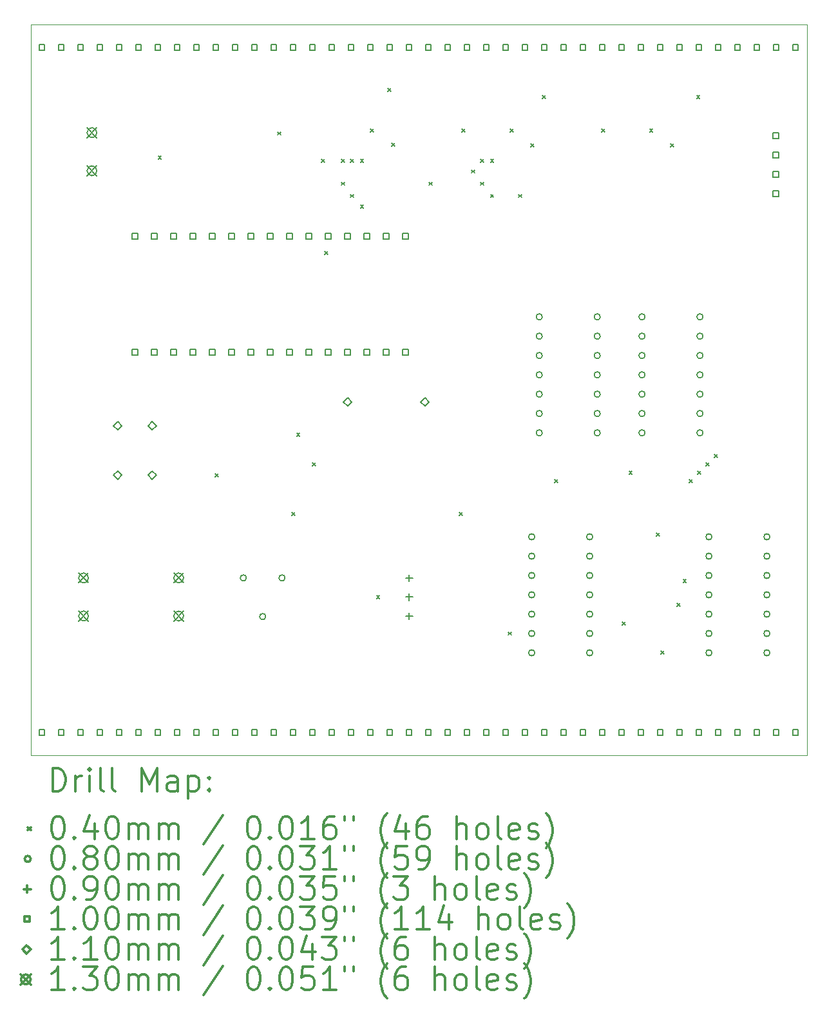
<source format=gbr>
%FSLAX45Y45*%
G04 Gerber Fmt 4.5, Leading zero omitted, Abs format (unit mm)*
G04 Created by KiCad (PCBNEW (5.1.9)-1) date 2021-10-24 10:29:30*
%MOMM*%
%LPD*%
G01*
G04 APERTURE LIST*
%TA.AperFunction,Profile*%
%ADD10C,0.100000*%
%TD*%
%ADD11C,0.200000*%
%ADD12C,0.300000*%
G04 APERTURE END LIST*
D10*
X8500000Y-13900000D02*
X8500000Y-4300000D01*
X18700000Y-13900000D02*
X8500000Y-13900000D01*
X18700000Y-4300000D02*
X18700000Y-13900000D01*
X8500000Y-4300000D02*
X18700000Y-4300000D01*
D11*
X10170000Y-6030000D02*
X10210000Y-6070000D01*
X10210000Y-6030000D02*
X10170000Y-6070000D01*
X10920000Y-10200000D02*
X10960000Y-10240000D01*
X10960000Y-10200000D02*
X10920000Y-10240000D01*
X11740000Y-5710000D02*
X11780000Y-5750000D01*
X11780000Y-5710000D02*
X11740000Y-5750000D01*
X11930000Y-10710000D02*
X11970000Y-10750000D01*
X11970000Y-10710000D02*
X11930000Y-10750000D01*
X11990000Y-9670000D02*
X12030000Y-9710000D01*
X12030000Y-9670000D02*
X11990000Y-9710000D01*
X12200000Y-10060000D02*
X12240000Y-10100000D01*
X12240000Y-10060000D02*
X12200000Y-10100000D01*
X12320000Y-6070000D02*
X12360000Y-6110000D01*
X12360000Y-6070000D02*
X12320000Y-6110000D01*
X12359500Y-7280000D02*
X12399500Y-7320000D01*
X12399500Y-7280000D02*
X12359500Y-7320000D01*
X12580000Y-6070000D02*
X12620000Y-6110000D01*
X12620000Y-6070000D02*
X12580000Y-6110000D01*
X12580000Y-6370000D02*
X12620000Y-6410000D01*
X12620000Y-6370000D02*
X12580000Y-6410000D01*
X12700000Y-6070000D02*
X12740000Y-6110000D01*
X12740000Y-6070000D02*
X12700000Y-6110000D01*
X12700000Y-6530000D02*
X12740000Y-6570000D01*
X12740000Y-6530000D02*
X12700000Y-6570000D01*
X12830000Y-6670000D02*
X12870000Y-6710000D01*
X12870000Y-6670000D02*
X12830000Y-6710000D01*
X12830000Y-6070000D02*
X12870000Y-6110000D01*
X12870000Y-6070000D02*
X12830000Y-6110000D01*
X12960000Y-5670000D02*
X13000000Y-5710000D01*
X13000000Y-5670000D02*
X12960000Y-5710000D01*
X13040000Y-11800000D02*
X13080000Y-11840000D01*
X13080000Y-11800000D02*
X13040000Y-11840000D01*
X13190000Y-5140000D02*
X13230000Y-5180000D01*
X13230000Y-5140000D02*
X13190000Y-5180000D01*
X13242500Y-5857500D02*
X13282500Y-5897500D01*
X13282500Y-5857500D02*
X13242500Y-5897500D01*
X13730000Y-6370000D02*
X13770000Y-6410000D01*
X13770000Y-6370000D02*
X13730000Y-6410000D01*
X14130000Y-10710000D02*
X14170000Y-10750000D01*
X14170000Y-10710000D02*
X14130000Y-10750000D01*
X14160000Y-5670000D02*
X14200000Y-5710000D01*
X14200000Y-5670000D02*
X14160000Y-5710000D01*
X14289500Y-6210000D02*
X14329500Y-6250000D01*
X14329500Y-6210000D02*
X14289500Y-6250000D01*
X14410000Y-6070000D02*
X14450000Y-6110000D01*
X14450000Y-6070000D02*
X14410000Y-6110000D01*
X14410000Y-6370000D02*
X14450000Y-6410000D01*
X14450000Y-6370000D02*
X14410000Y-6410000D01*
X14540000Y-6070000D02*
X14580000Y-6110000D01*
X14580000Y-6070000D02*
X14540000Y-6110000D01*
X14540000Y-6530000D02*
X14580000Y-6570000D01*
X14580000Y-6530000D02*
X14540000Y-6570000D01*
X14770000Y-12280000D02*
X14810000Y-12320000D01*
X14810000Y-12280000D02*
X14770000Y-12320000D01*
X14800000Y-5670000D02*
X14840000Y-5710000D01*
X14840000Y-5670000D02*
X14800000Y-5710000D01*
X14910000Y-6530000D02*
X14950000Y-6570000D01*
X14950000Y-6530000D02*
X14910000Y-6570000D01*
X15066250Y-5863750D02*
X15106250Y-5903750D01*
X15106250Y-5863750D02*
X15066250Y-5903750D01*
X15224000Y-5234000D02*
X15264000Y-5274000D01*
X15264000Y-5234000D02*
X15224000Y-5274000D01*
X15380000Y-10280000D02*
X15420000Y-10320000D01*
X15420000Y-10280000D02*
X15380000Y-10320000D01*
X16000000Y-5670000D02*
X16040000Y-5710000D01*
X16040000Y-5670000D02*
X16000000Y-5710000D01*
X16270000Y-12150000D02*
X16310000Y-12190000D01*
X16310000Y-12150000D02*
X16270000Y-12190000D01*
X16360000Y-10170000D02*
X16400000Y-10210000D01*
X16400000Y-10170000D02*
X16360000Y-10210000D01*
X16630000Y-5670000D02*
X16670000Y-5710000D01*
X16670000Y-5670000D02*
X16630000Y-5710000D01*
X16720000Y-10980000D02*
X16760000Y-11020000D01*
X16760000Y-10980000D02*
X16720000Y-11020000D01*
X16780000Y-12530000D02*
X16820000Y-12570000D01*
X16820000Y-12530000D02*
X16780000Y-12570000D01*
X16906250Y-5863750D02*
X16946250Y-5903750D01*
X16946250Y-5863750D02*
X16906250Y-5903750D01*
X16990000Y-11900001D02*
X17030000Y-11940001D01*
X17030000Y-11900001D02*
X16990000Y-11940001D01*
X17070000Y-11590000D02*
X17110000Y-11630000D01*
X17110000Y-11590000D02*
X17070000Y-11630000D01*
X17150000Y-10280000D02*
X17190000Y-10320000D01*
X17190000Y-10280000D02*
X17150000Y-10320000D01*
X17250000Y-5230000D02*
X17290000Y-5270000D01*
X17290000Y-5230000D02*
X17250000Y-5270000D01*
X17260000Y-10170000D02*
X17300000Y-10210000D01*
X17300000Y-10170000D02*
X17260000Y-10210000D01*
X17370000Y-10060000D02*
X17410000Y-10100000D01*
X17410000Y-10060000D02*
X17370000Y-10100000D01*
X17480000Y-9950000D02*
X17520000Y-9990000D01*
X17520000Y-9950000D02*
X17480000Y-9990000D01*
X11330000Y-11570000D02*
G75*
G03*
X11330000Y-11570000I-40000J0D01*
G01*
X11584000Y-12078000D02*
G75*
G03*
X11584000Y-12078000I-40000J0D01*
G01*
X11838000Y-11570000D02*
G75*
G03*
X11838000Y-11570000I-40000J0D01*
G01*
X15120000Y-11030000D02*
G75*
G03*
X15120000Y-11030000I-40000J0D01*
G01*
X15120000Y-11284000D02*
G75*
G03*
X15120000Y-11284000I-40000J0D01*
G01*
X15120000Y-11538000D02*
G75*
G03*
X15120000Y-11538000I-40000J0D01*
G01*
X15120000Y-11792000D02*
G75*
G03*
X15120000Y-11792000I-40000J0D01*
G01*
X15120000Y-12046000D02*
G75*
G03*
X15120000Y-12046000I-40000J0D01*
G01*
X15120000Y-12300000D02*
G75*
G03*
X15120000Y-12300000I-40000J0D01*
G01*
X15120000Y-12554000D02*
G75*
G03*
X15120000Y-12554000I-40000J0D01*
G01*
X15220000Y-8140000D02*
G75*
G03*
X15220000Y-8140000I-40000J0D01*
G01*
X15220000Y-8394000D02*
G75*
G03*
X15220000Y-8394000I-40000J0D01*
G01*
X15220000Y-8648000D02*
G75*
G03*
X15220000Y-8648000I-40000J0D01*
G01*
X15220000Y-8902000D02*
G75*
G03*
X15220000Y-8902000I-40000J0D01*
G01*
X15220000Y-9156000D02*
G75*
G03*
X15220000Y-9156000I-40000J0D01*
G01*
X15220000Y-9410000D02*
G75*
G03*
X15220000Y-9410000I-40000J0D01*
G01*
X15220000Y-9664000D02*
G75*
G03*
X15220000Y-9664000I-40000J0D01*
G01*
X15882000Y-11030000D02*
G75*
G03*
X15882000Y-11030000I-40000J0D01*
G01*
X15882000Y-11284000D02*
G75*
G03*
X15882000Y-11284000I-40000J0D01*
G01*
X15882000Y-11538000D02*
G75*
G03*
X15882000Y-11538000I-40000J0D01*
G01*
X15882000Y-11792000D02*
G75*
G03*
X15882000Y-11792000I-40000J0D01*
G01*
X15882000Y-12046000D02*
G75*
G03*
X15882000Y-12046000I-40000J0D01*
G01*
X15882000Y-12300000D02*
G75*
G03*
X15882000Y-12300000I-40000J0D01*
G01*
X15882000Y-12554000D02*
G75*
G03*
X15882000Y-12554000I-40000J0D01*
G01*
X15982000Y-8140000D02*
G75*
G03*
X15982000Y-8140000I-40000J0D01*
G01*
X15982000Y-8394000D02*
G75*
G03*
X15982000Y-8394000I-40000J0D01*
G01*
X15982000Y-8648000D02*
G75*
G03*
X15982000Y-8648000I-40000J0D01*
G01*
X15982000Y-8902000D02*
G75*
G03*
X15982000Y-8902000I-40000J0D01*
G01*
X15982000Y-9156000D02*
G75*
G03*
X15982000Y-9156000I-40000J0D01*
G01*
X15982000Y-9410000D02*
G75*
G03*
X15982000Y-9410000I-40000J0D01*
G01*
X15982000Y-9664000D02*
G75*
G03*
X15982000Y-9664000I-40000J0D01*
G01*
X16570000Y-8140000D02*
G75*
G03*
X16570000Y-8140000I-40000J0D01*
G01*
X16570000Y-8394000D02*
G75*
G03*
X16570000Y-8394000I-40000J0D01*
G01*
X16570000Y-8648000D02*
G75*
G03*
X16570000Y-8648000I-40000J0D01*
G01*
X16570000Y-8902000D02*
G75*
G03*
X16570000Y-8902000I-40000J0D01*
G01*
X16570000Y-9156000D02*
G75*
G03*
X16570000Y-9156000I-40000J0D01*
G01*
X16570000Y-9410000D02*
G75*
G03*
X16570000Y-9410000I-40000J0D01*
G01*
X16570000Y-9664000D02*
G75*
G03*
X16570000Y-9664000I-40000J0D01*
G01*
X17332000Y-8140000D02*
G75*
G03*
X17332000Y-8140000I-40000J0D01*
G01*
X17332000Y-8394000D02*
G75*
G03*
X17332000Y-8394000I-40000J0D01*
G01*
X17332000Y-8648000D02*
G75*
G03*
X17332000Y-8648000I-40000J0D01*
G01*
X17332000Y-8902000D02*
G75*
G03*
X17332000Y-8902000I-40000J0D01*
G01*
X17332000Y-9156000D02*
G75*
G03*
X17332000Y-9156000I-40000J0D01*
G01*
X17332000Y-9410000D02*
G75*
G03*
X17332000Y-9410000I-40000J0D01*
G01*
X17332000Y-9664000D02*
G75*
G03*
X17332000Y-9664000I-40000J0D01*
G01*
X17450000Y-11030000D02*
G75*
G03*
X17450000Y-11030000I-40000J0D01*
G01*
X17450000Y-11284000D02*
G75*
G03*
X17450000Y-11284000I-40000J0D01*
G01*
X17450000Y-11538000D02*
G75*
G03*
X17450000Y-11538000I-40000J0D01*
G01*
X17450000Y-11792000D02*
G75*
G03*
X17450000Y-11792000I-40000J0D01*
G01*
X17450000Y-12046000D02*
G75*
G03*
X17450000Y-12046000I-40000J0D01*
G01*
X17450000Y-12300000D02*
G75*
G03*
X17450000Y-12300000I-40000J0D01*
G01*
X17450000Y-12554000D02*
G75*
G03*
X17450000Y-12554000I-40000J0D01*
G01*
X18212000Y-11030000D02*
G75*
G03*
X18212000Y-11030000I-40000J0D01*
G01*
X18212000Y-11284000D02*
G75*
G03*
X18212000Y-11284000I-40000J0D01*
G01*
X18212000Y-11538000D02*
G75*
G03*
X18212000Y-11538000I-40000J0D01*
G01*
X18212000Y-11792000D02*
G75*
G03*
X18212000Y-11792000I-40000J0D01*
G01*
X18212000Y-12046000D02*
G75*
G03*
X18212000Y-12046000I-40000J0D01*
G01*
X18212000Y-12300000D02*
G75*
G03*
X18212000Y-12300000I-40000J0D01*
G01*
X18212000Y-12554000D02*
G75*
G03*
X18212000Y-12554000I-40000J0D01*
G01*
X13470000Y-11525000D02*
X13470000Y-11615000D01*
X13425000Y-11570000D02*
X13515000Y-11570000D01*
X13470000Y-11775000D02*
X13470000Y-11865000D01*
X13425000Y-11820000D02*
X13515000Y-11820000D01*
X13470000Y-12025000D02*
X13470000Y-12115000D01*
X13425000Y-12070000D02*
X13515000Y-12070000D01*
X8675356Y-4635356D02*
X8675356Y-4564644D01*
X8604644Y-4564644D01*
X8604644Y-4635356D01*
X8675356Y-4635356D01*
X8675356Y-13635356D02*
X8675356Y-13564644D01*
X8604644Y-13564644D01*
X8604644Y-13635356D01*
X8675356Y-13635356D01*
X8929356Y-4635356D02*
X8929356Y-4564644D01*
X8858644Y-4564644D01*
X8858644Y-4635356D01*
X8929356Y-4635356D01*
X8929356Y-13635356D02*
X8929356Y-13564644D01*
X8858644Y-13564644D01*
X8858644Y-13635356D01*
X8929356Y-13635356D01*
X9183356Y-4635356D02*
X9183356Y-4564644D01*
X9112644Y-4564644D01*
X9112644Y-4635356D01*
X9183356Y-4635356D01*
X9183356Y-13635356D02*
X9183356Y-13564644D01*
X9112644Y-13564644D01*
X9112644Y-13635356D01*
X9183356Y-13635356D01*
X9437356Y-4635356D02*
X9437356Y-4564644D01*
X9366644Y-4564644D01*
X9366644Y-4635356D01*
X9437356Y-4635356D01*
X9437356Y-13635356D02*
X9437356Y-13564644D01*
X9366644Y-13564644D01*
X9366644Y-13635356D01*
X9437356Y-13635356D01*
X9691356Y-4635356D02*
X9691356Y-4564644D01*
X9620644Y-4564644D01*
X9620644Y-4635356D01*
X9691356Y-4635356D01*
X9691356Y-13635356D02*
X9691356Y-13564644D01*
X9620644Y-13564644D01*
X9620644Y-13635356D01*
X9691356Y-13635356D01*
X9899356Y-7115356D02*
X9899356Y-7044644D01*
X9828644Y-7044644D01*
X9828644Y-7115356D01*
X9899356Y-7115356D01*
X9899356Y-8639356D02*
X9899356Y-8568644D01*
X9828644Y-8568644D01*
X9828644Y-8639356D01*
X9899356Y-8639356D01*
X9945356Y-4635356D02*
X9945356Y-4564644D01*
X9874644Y-4564644D01*
X9874644Y-4635356D01*
X9945356Y-4635356D01*
X9945356Y-13635356D02*
X9945356Y-13564644D01*
X9874644Y-13564644D01*
X9874644Y-13635356D01*
X9945356Y-13635356D01*
X10153356Y-7115356D02*
X10153356Y-7044644D01*
X10082644Y-7044644D01*
X10082644Y-7115356D01*
X10153356Y-7115356D01*
X10153356Y-8639356D02*
X10153356Y-8568644D01*
X10082644Y-8568644D01*
X10082644Y-8639356D01*
X10153356Y-8639356D01*
X10199356Y-4635356D02*
X10199356Y-4564644D01*
X10128644Y-4564644D01*
X10128644Y-4635356D01*
X10199356Y-4635356D01*
X10199356Y-13635356D02*
X10199356Y-13564644D01*
X10128644Y-13564644D01*
X10128644Y-13635356D01*
X10199356Y-13635356D01*
X10407356Y-7115356D02*
X10407356Y-7044644D01*
X10336644Y-7044644D01*
X10336644Y-7115356D01*
X10407356Y-7115356D01*
X10407356Y-8639356D02*
X10407356Y-8568644D01*
X10336644Y-8568644D01*
X10336644Y-8639356D01*
X10407356Y-8639356D01*
X10453356Y-4635356D02*
X10453356Y-4564644D01*
X10382644Y-4564644D01*
X10382644Y-4635356D01*
X10453356Y-4635356D01*
X10453356Y-13635356D02*
X10453356Y-13564644D01*
X10382644Y-13564644D01*
X10382644Y-13635356D01*
X10453356Y-13635356D01*
X10661356Y-7115356D02*
X10661356Y-7044644D01*
X10590644Y-7044644D01*
X10590644Y-7115356D01*
X10661356Y-7115356D01*
X10661356Y-8639356D02*
X10661356Y-8568644D01*
X10590644Y-8568644D01*
X10590644Y-8639356D01*
X10661356Y-8639356D01*
X10707356Y-4635356D02*
X10707356Y-4564644D01*
X10636644Y-4564644D01*
X10636644Y-4635356D01*
X10707356Y-4635356D01*
X10707356Y-13635356D02*
X10707356Y-13564644D01*
X10636644Y-13564644D01*
X10636644Y-13635356D01*
X10707356Y-13635356D01*
X10915356Y-7115356D02*
X10915356Y-7044644D01*
X10844644Y-7044644D01*
X10844644Y-7115356D01*
X10915356Y-7115356D01*
X10915356Y-8639356D02*
X10915356Y-8568644D01*
X10844644Y-8568644D01*
X10844644Y-8639356D01*
X10915356Y-8639356D01*
X10961356Y-4635356D02*
X10961356Y-4564644D01*
X10890644Y-4564644D01*
X10890644Y-4635356D01*
X10961356Y-4635356D01*
X10961356Y-13635356D02*
X10961356Y-13564644D01*
X10890644Y-13564644D01*
X10890644Y-13635356D01*
X10961356Y-13635356D01*
X11169356Y-7115356D02*
X11169356Y-7044644D01*
X11098644Y-7044644D01*
X11098644Y-7115356D01*
X11169356Y-7115356D01*
X11169356Y-8639356D02*
X11169356Y-8568644D01*
X11098644Y-8568644D01*
X11098644Y-8639356D01*
X11169356Y-8639356D01*
X11215356Y-4635356D02*
X11215356Y-4564644D01*
X11144644Y-4564644D01*
X11144644Y-4635356D01*
X11215356Y-4635356D01*
X11215356Y-13635356D02*
X11215356Y-13564644D01*
X11144644Y-13564644D01*
X11144644Y-13635356D01*
X11215356Y-13635356D01*
X11423356Y-7115356D02*
X11423356Y-7044644D01*
X11352644Y-7044644D01*
X11352644Y-7115356D01*
X11423356Y-7115356D01*
X11423356Y-8639356D02*
X11423356Y-8568644D01*
X11352644Y-8568644D01*
X11352644Y-8639356D01*
X11423356Y-8639356D01*
X11469356Y-4635356D02*
X11469356Y-4564644D01*
X11398644Y-4564644D01*
X11398644Y-4635356D01*
X11469356Y-4635356D01*
X11469356Y-13635356D02*
X11469356Y-13564644D01*
X11398644Y-13564644D01*
X11398644Y-13635356D01*
X11469356Y-13635356D01*
X11677356Y-7115356D02*
X11677356Y-7044644D01*
X11606644Y-7044644D01*
X11606644Y-7115356D01*
X11677356Y-7115356D01*
X11677356Y-8639356D02*
X11677356Y-8568644D01*
X11606644Y-8568644D01*
X11606644Y-8639356D01*
X11677356Y-8639356D01*
X11723356Y-4635356D02*
X11723356Y-4564644D01*
X11652644Y-4564644D01*
X11652644Y-4635356D01*
X11723356Y-4635356D01*
X11723356Y-13635356D02*
X11723356Y-13564644D01*
X11652644Y-13564644D01*
X11652644Y-13635356D01*
X11723356Y-13635356D01*
X11931356Y-7115356D02*
X11931356Y-7044644D01*
X11860644Y-7044644D01*
X11860644Y-7115356D01*
X11931356Y-7115356D01*
X11931356Y-8639356D02*
X11931356Y-8568644D01*
X11860644Y-8568644D01*
X11860644Y-8639356D01*
X11931356Y-8639356D01*
X11977356Y-4635356D02*
X11977356Y-4564644D01*
X11906644Y-4564644D01*
X11906644Y-4635356D01*
X11977356Y-4635356D01*
X11977356Y-13635356D02*
X11977356Y-13564644D01*
X11906644Y-13564644D01*
X11906644Y-13635356D01*
X11977356Y-13635356D01*
X12185356Y-7115356D02*
X12185356Y-7044644D01*
X12114644Y-7044644D01*
X12114644Y-7115356D01*
X12185356Y-7115356D01*
X12185356Y-8639356D02*
X12185356Y-8568644D01*
X12114644Y-8568644D01*
X12114644Y-8639356D01*
X12185356Y-8639356D01*
X12231356Y-4635356D02*
X12231356Y-4564644D01*
X12160644Y-4564644D01*
X12160644Y-4635356D01*
X12231356Y-4635356D01*
X12231356Y-13635356D02*
X12231356Y-13564644D01*
X12160644Y-13564644D01*
X12160644Y-13635356D01*
X12231356Y-13635356D01*
X12439356Y-7115356D02*
X12439356Y-7044644D01*
X12368644Y-7044644D01*
X12368644Y-7115356D01*
X12439356Y-7115356D01*
X12439356Y-8639356D02*
X12439356Y-8568644D01*
X12368644Y-8568644D01*
X12368644Y-8639356D01*
X12439356Y-8639356D01*
X12485356Y-4635356D02*
X12485356Y-4564644D01*
X12414644Y-4564644D01*
X12414644Y-4635356D01*
X12485356Y-4635356D01*
X12485356Y-13635356D02*
X12485356Y-13564644D01*
X12414644Y-13564644D01*
X12414644Y-13635356D01*
X12485356Y-13635356D01*
X12693356Y-7115356D02*
X12693356Y-7044644D01*
X12622644Y-7044644D01*
X12622644Y-7115356D01*
X12693356Y-7115356D01*
X12693356Y-8639356D02*
X12693356Y-8568644D01*
X12622644Y-8568644D01*
X12622644Y-8639356D01*
X12693356Y-8639356D01*
X12739356Y-4635356D02*
X12739356Y-4564644D01*
X12668644Y-4564644D01*
X12668644Y-4635356D01*
X12739356Y-4635356D01*
X12739356Y-13635356D02*
X12739356Y-13564644D01*
X12668644Y-13564644D01*
X12668644Y-13635356D01*
X12739356Y-13635356D01*
X12947356Y-7115356D02*
X12947356Y-7044644D01*
X12876644Y-7044644D01*
X12876644Y-7115356D01*
X12947356Y-7115356D01*
X12947356Y-8639356D02*
X12947356Y-8568644D01*
X12876644Y-8568644D01*
X12876644Y-8639356D01*
X12947356Y-8639356D01*
X12993356Y-4635356D02*
X12993356Y-4564644D01*
X12922644Y-4564644D01*
X12922644Y-4635356D01*
X12993356Y-4635356D01*
X12993356Y-13635356D02*
X12993356Y-13564644D01*
X12922644Y-13564644D01*
X12922644Y-13635356D01*
X12993356Y-13635356D01*
X13201356Y-7115356D02*
X13201356Y-7044644D01*
X13130644Y-7044644D01*
X13130644Y-7115356D01*
X13201356Y-7115356D01*
X13201356Y-8639356D02*
X13201356Y-8568644D01*
X13130644Y-8568644D01*
X13130644Y-8639356D01*
X13201356Y-8639356D01*
X13247356Y-4635356D02*
X13247356Y-4564644D01*
X13176644Y-4564644D01*
X13176644Y-4635356D01*
X13247356Y-4635356D01*
X13247356Y-13635356D02*
X13247356Y-13564644D01*
X13176644Y-13564644D01*
X13176644Y-13635356D01*
X13247356Y-13635356D01*
X13455356Y-7115356D02*
X13455356Y-7044644D01*
X13384644Y-7044644D01*
X13384644Y-7115356D01*
X13455356Y-7115356D01*
X13455356Y-8639356D02*
X13455356Y-8568644D01*
X13384644Y-8568644D01*
X13384644Y-8639356D01*
X13455356Y-8639356D01*
X13501356Y-4635356D02*
X13501356Y-4564644D01*
X13430644Y-4564644D01*
X13430644Y-4635356D01*
X13501356Y-4635356D01*
X13501356Y-13635356D02*
X13501356Y-13564644D01*
X13430644Y-13564644D01*
X13430644Y-13635356D01*
X13501356Y-13635356D01*
X13755356Y-4635356D02*
X13755356Y-4564644D01*
X13684644Y-4564644D01*
X13684644Y-4635356D01*
X13755356Y-4635356D01*
X13755356Y-13635356D02*
X13755356Y-13564644D01*
X13684644Y-13564644D01*
X13684644Y-13635356D01*
X13755356Y-13635356D01*
X14009356Y-4635356D02*
X14009356Y-4564644D01*
X13938644Y-4564644D01*
X13938644Y-4635356D01*
X14009356Y-4635356D01*
X14009356Y-13635356D02*
X14009356Y-13564644D01*
X13938644Y-13564644D01*
X13938644Y-13635356D01*
X14009356Y-13635356D01*
X14263356Y-4635356D02*
X14263356Y-4564644D01*
X14192644Y-4564644D01*
X14192644Y-4635356D01*
X14263356Y-4635356D01*
X14263356Y-13635356D02*
X14263356Y-13564644D01*
X14192644Y-13564644D01*
X14192644Y-13635356D01*
X14263356Y-13635356D01*
X14517356Y-4635356D02*
X14517356Y-4564644D01*
X14446644Y-4564644D01*
X14446644Y-4635356D01*
X14517356Y-4635356D01*
X14517356Y-13635356D02*
X14517356Y-13564644D01*
X14446644Y-13564644D01*
X14446644Y-13635356D01*
X14517356Y-13635356D01*
X14771356Y-4635356D02*
X14771356Y-4564644D01*
X14700644Y-4564644D01*
X14700644Y-4635356D01*
X14771356Y-4635356D01*
X14771356Y-13635356D02*
X14771356Y-13564644D01*
X14700644Y-13564644D01*
X14700644Y-13635356D01*
X14771356Y-13635356D01*
X15025356Y-4635356D02*
X15025356Y-4564644D01*
X14954644Y-4564644D01*
X14954644Y-4635356D01*
X15025356Y-4635356D01*
X15025356Y-13635356D02*
X15025356Y-13564644D01*
X14954644Y-13564644D01*
X14954644Y-13635356D01*
X15025356Y-13635356D01*
X15279356Y-4635356D02*
X15279356Y-4564644D01*
X15208644Y-4564644D01*
X15208644Y-4635356D01*
X15279356Y-4635356D01*
X15279356Y-13635356D02*
X15279356Y-13564644D01*
X15208644Y-13564644D01*
X15208644Y-13635356D01*
X15279356Y-13635356D01*
X15533356Y-4635356D02*
X15533356Y-4564644D01*
X15462644Y-4564644D01*
X15462644Y-4635356D01*
X15533356Y-4635356D01*
X15533356Y-13635356D02*
X15533356Y-13564644D01*
X15462644Y-13564644D01*
X15462644Y-13635356D01*
X15533356Y-13635356D01*
X15787356Y-4635356D02*
X15787356Y-4564644D01*
X15716644Y-4564644D01*
X15716644Y-4635356D01*
X15787356Y-4635356D01*
X15787356Y-13635356D02*
X15787356Y-13564644D01*
X15716644Y-13564644D01*
X15716644Y-13635356D01*
X15787356Y-13635356D01*
X16041356Y-4635356D02*
X16041356Y-4564644D01*
X15970644Y-4564644D01*
X15970644Y-4635356D01*
X16041356Y-4635356D01*
X16041356Y-13635356D02*
X16041356Y-13564644D01*
X15970644Y-13564644D01*
X15970644Y-13635356D01*
X16041356Y-13635356D01*
X16295356Y-4635356D02*
X16295356Y-4564644D01*
X16224644Y-4564644D01*
X16224644Y-4635356D01*
X16295356Y-4635356D01*
X16295356Y-13635356D02*
X16295356Y-13564644D01*
X16224644Y-13564644D01*
X16224644Y-13635356D01*
X16295356Y-13635356D01*
X16549356Y-4635356D02*
X16549356Y-4564644D01*
X16478644Y-4564644D01*
X16478644Y-4635356D01*
X16549356Y-4635356D01*
X16549356Y-13635356D02*
X16549356Y-13564644D01*
X16478644Y-13564644D01*
X16478644Y-13635356D01*
X16549356Y-13635356D01*
X16803356Y-4635356D02*
X16803356Y-4564644D01*
X16732644Y-4564644D01*
X16732644Y-4635356D01*
X16803356Y-4635356D01*
X16803356Y-13635356D02*
X16803356Y-13564644D01*
X16732644Y-13564644D01*
X16732644Y-13635356D01*
X16803356Y-13635356D01*
X17057356Y-4635356D02*
X17057356Y-4564644D01*
X16986644Y-4564644D01*
X16986644Y-4635356D01*
X17057356Y-4635356D01*
X17057356Y-13635356D02*
X17057356Y-13564644D01*
X16986644Y-13564644D01*
X16986644Y-13635356D01*
X17057356Y-13635356D01*
X17311356Y-4635356D02*
X17311356Y-4564644D01*
X17240644Y-4564644D01*
X17240644Y-4635356D01*
X17311356Y-4635356D01*
X17311356Y-13635356D02*
X17311356Y-13564644D01*
X17240644Y-13564644D01*
X17240644Y-13635356D01*
X17311356Y-13635356D01*
X17565356Y-4635356D02*
X17565356Y-4564644D01*
X17494644Y-4564644D01*
X17494644Y-4635356D01*
X17565356Y-4635356D01*
X17565356Y-13635356D02*
X17565356Y-13564644D01*
X17494644Y-13564644D01*
X17494644Y-13635356D01*
X17565356Y-13635356D01*
X17819356Y-4635356D02*
X17819356Y-4564644D01*
X17748644Y-4564644D01*
X17748644Y-4635356D01*
X17819356Y-4635356D01*
X17819356Y-13635356D02*
X17819356Y-13564644D01*
X17748644Y-13564644D01*
X17748644Y-13635356D01*
X17819356Y-13635356D01*
X18073356Y-4635356D02*
X18073356Y-4564644D01*
X18002644Y-4564644D01*
X18002644Y-4635356D01*
X18073356Y-4635356D01*
X18073356Y-13635356D02*
X18073356Y-13564644D01*
X18002644Y-13564644D01*
X18002644Y-13635356D01*
X18073356Y-13635356D01*
X18325356Y-5795356D02*
X18325356Y-5724644D01*
X18254644Y-5724644D01*
X18254644Y-5795356D01*
X18325356Y-5795356D01*
X18325356Y-6049356D02*
X18325356Y-5978644D01*
X18254644Y-5978644D01*
X18254644Y-6049356D01*
X18325356Y-6049356D01*
X18325356Y-6303356D02*
X18325356Y-6232644D01*
X18254644Y-6232644D01*
X18254644Y-6303356D01*
X18325356Y-6303356D01*
X18325356Y-6557356D02*
X18325356Y-6486644D01*
X18254644Y-6486644D01*
X18254644Y-6557356D01*
X18325356Y-6557356D01*
X18327356Y-4635356D02*
X18327356Y-4564644D01*
X18256644Y-4564644D01*
X18256644Y-4635356D01*
X18327356Y-4635356D01*
X18327356Y-13635356D02*
X18327356Y-13564644D01*
X18256644Y-13564644D01*
X18256644Y-13635356D01*
X18327356Y-13635356D01*
X18581356Y-4635356D02*
X18581356Y-4564644D01*
X18510644Y-4564644D01*
X18510644Y-4635356D01*
X18581356Y-4635356D01*
X18581356Y-13635356D02*
X18581356Y-13564644D01*
X18510644Y-13564644D01*
X18510644Y-13635356D01*
X18581356Y-13635356D01*
X9640000Y-9625000D02*
X9695000Y-9570000D01*
X9640000Y-9515000D01*
X9585000Y-9570000D01*
X9640000Y-9625000D01*
X9640000Y-10275000D02*
X9695000Y-10220000D01*
X9640000Y-10165000D01*
X9585000Y-10220000D01*
X9640000Y-10275000D01*
X10090000Y-9625000D02*
X10145000Y-9570000D01*
X10090000Y-9515000D01*
X10035000Y-9570000D01*
X10090000Y-9625000D01*
X10090000Y-10275000D02*
X10145000Y-10220000D01*
X10090000Y-10165000D01*
X10035000Y-10220000D01*
X10090000Y-10275000D01*
X12660000Y-9315000D02*
X12715000Y-9260000D01*
X12660000Y-9205000D01*
X12605000Y-9260000D01*
X12660000Y-9315000D01*
X13676000Y-9315000D02*
X13731000Y-9260000D01*
X13676000Y-9205000D01*
X13621000Y-9260000D01*
X13676000Y-9315000D01*
X9125000Y-11505000D02*
X9255000Y-11635000D01*
X9255000Y-11505000D02*
X9125000Y-11635000D01*
X9255000Y-11570000D02*
G75*
G03*
X9255000Y-11570000I-65000J0D01*
G01*
X9125000Y-12005000D02*
X9255000Y-12135000D01*
X9255000Y-12005000D02*
X9125000Y-12135000D01*
X9255000Y-12070000D02*
G75*
G03*
X9255000Y-12070000I-65000J0D01*
G01*
X9235000Y-5655000D02*
X9365000Y-5785000D01*
X9365000Y-5655000D02*
X9235000Y-5785000D01*
X9365000Y-5720000D02*
G75*
G03*
X9365000Y-5720000I-65000J0D01*
G01*
X9235000Y-6155000D02*
X9365000Y-6285000D01*
X9365000Y-6155000D02*
X9235000Y-6285000D01*
X9365000Y-6220000D02*
G75*
G03*
X9365000Y-6220000I-65000J0D01*
G01*
X10375000Y-11505000D02*
X10505000Y-11635000D01*
X10505000Y-11505000D02*
X10375000Y-11635000D01*
X10505000Y-11570000D02*
G75*
G03*
X10505000Y-11570000I-65000J0D01*
G01*
X10375000Y-12005000D02*
X10505000Y-12135000D01*
X10505000Y-12005000D02*
X10375000Y-12135000D01*
X10505000Y-12070000D02*
G75*
G03*
X10505000Y-12070000I-65000J0D01*
G01*
D12*
X8781428Y-14370714D02*
X8781428Y-14070714D01*
X8852857Y-14070714D01*
X8895714Y-14085000D01*
X8924286Y-14113571D01*
X8938571Y-14142143D01*
X8952857Y-14199286D01*
X8952857Y-14242143D01*
X8938571Y-14299286D01*
X8924286Y-14327857D01*
X8895714Y-14356429D01*
X8852857Y-14370714D01*
X8781428Y-14370714D01*
X9081428Y-14370714D02*
X9081428Y-14170714D01*
X9081428Y-14227857D02*
X9095714Y-14199286D01*
X9110000Y-14185000D01*
X9138571Y-14170714D01*
X9167143Y-14170714D01*
X9267143Y-14370714D02*
X9267143Y-14170714D01*
X9267143Y-14070714D02*
X9252857Y-14085000D01*
X9267143Y-14099286D01*
X9281428Y-14085000D01*
X9267143Y-14070714D01*
X9267143Y-14099286D01*
X9452857Y-14370714D02*
X9424286Y-14356429D01*
X9410000Y-14327857D01*
X9410000Y-14070714D01*
X9610000Y-14370714D02*
X9581428Y-14356429D01*
X9567143Y-14327857D01*
X9567143Y-14070714D01*
X9952857Y-14370714D02*
X9952857Y-14070714D01*
X10052857Y-14285000D01*
X10152857Y-14070714D01*
X10152857Y-14370714D01*
X10424286Y-14370714D02*
X10424286Y-14213571D01*
X10410000Y-14185000D01*
X10381428Y-14170714D01*
X10324286Y-14170714D01*
X10295714Y-14185000D01*
X10424286Y-14356429D02*
X10395714Y-14370714D01*
X10324286Y-14370714D01*
X10295714Y-14356429D01*
X10281428Y-14327857D01*
X10281428Y-14299286D01*
X10295714Y-14270714D01*
X10324286Y-14256429D01*
X10395714Y-14256429D01*
X10424286Y-14242143D01*
X10567143Y-14170714D02*
X10567143Y-14470714D01*
X10567143Y-14185000D02*
X10595714Y-14170714D01*
X10652857Y-14170714D01*
X10681428Y-14185000D01*
X10695714Y-14199286D01*
X10710000Y-14227857D01*
X10710000Y-14313571D01*
X10695714Y-14342143D01*
X10681428Y-14356429D01*
X10652857Y-14370714D01*
X10595714Y-14370714D01*
X10567143Y-14356429D01*
X10838571Y-14342143D02*
X10852857Y-14356429D01*
X10838571Y-14370714D01*
X10824286Y-14356429D01*
X10838571Y-14342143D01*
X10838571Y-14370714D01*
X10838571Y-14185000D02*
X10852857Y-14199286D01*
X10838571Y-14213571D01*
X10824286Y-14199286D01*
X10838571Y-14185000D01*
X10838571Y-14213571D01*
X8455000Y-14845000D02*
X8495000Y-14885000D01*
X8495000Y-14845000D02*
X8455000Y-14885000D01*
X8838571Y-14700714D02*
X8867143Y-14700714D01*
X8895714Y-14715000D01*
X8910000Y-14729286D01*
X8924286Y-14757857D01*
X8938571Y-14815000D01*
X8938571Y-14886429D01*
X8924286Y-14943571D01*
X8910000Y-14972143D01*
X8895714Y-14986429D01*
X8867143Y-15000714D01*
X8838571Y-15000714D01*
X8810000Y-14986429D01*
X8795714Y-14972143D01*
X8781428Y-14943571D01*
X8767143Y-14886429D01*
X8767143Y-14815000D01*
X8781428Y-14757857D01*
X8795714Y-14729286D01*
X8810000Y-14715000D01*
X8838571Y-14700714D01*
X9067143Y-14972143D02*
X9081428Y-14986429D01*
X9067143Y-15000714D01*
X9052857Y-14986429D01*
X9067143Y-14972143D01*
X9067143Y-15000714D01*
X9338571Y-14800714D02*
X9338571Y-15000714D01*
X9267143Y-14686429D02*
X9195714Y-14900714D01*
X9381428Y-14900714D01*
X9552857Y-14700714D02*
X9581428Y-14700714D01*
X9610000Y-14715000D01*
X9624286Y-14729286D01*
X9638571Y-14757857D01*
X9652857Y-14815000D01*
X9652857Y-14886429D01*
X9638571Y-14943571D01*
X9624286Y-14972143D01*
X9610000Y-14986429D01*
X9581428Y-15000714D01*
X9552857Y-15000714D01*
X9524286Y-14986429D01*
X9510000Y-14972143D01*
X9495714Y-14943571D01*
X9481428Y-14886429D01*
X9481428Y-14815000D01*
X9495714Y-14757857D01*
X9510000Y-14729286D01*
X9524286Y-14715000D01*
X9552857Y-14700714D01*
X9781428Y-15000714D02*
X9781428Y-14800714D01*
X9781428Y-14829286D02*
X9795714Y-14815000D01*
X9824286Y-14800714D01*
X9867143Y-14800714D01*
X9895714Y-14815000D01*
X9910000Y-14843571D01*
X9910000Y-15000714D01*
X9910000Y-14843571D02*
X9924286Y-14815000D01*
X9952857Y-14800714D01*
X9995714Y-14800714D01*
X10024286Y-14815000D01*
X10038571Y-14843571D01*
X10038571Y-15000714D01*
X10181428Y-15000714D02*
X10181428Y-14800714D01*
X10181428Y-14829286D02*
X10195714Y-14815000D01*
X10224286Y-14800714D01*
X10267143Y-14800714D01*
X10295714Y-14815000D01*
X10310000Y-14843571D01*
X10310000Y-15000714D01*
X10310000Y-14843571D02*
X10324286Y-14815000D01*
X10352857Y-14800714D01*
X10395714Y-14800714D01*
X10424286Y-14815000D01*
X10438571Y-14843571D01*
X10438571Y-15000714D01*
X11024286Y-14686429D02*
X10767143Y-15072143D01*
X11410000Y-14700714D02*
X11438571Y-14700714D01*
X11467143Y-14715000D01*
X11481428Y-14729286D01*
X11495714Y-14757857D01*
X11510000Y-14815000D01*
X11510000Y-14886429D01*
X11495714Y-14943571D01*
X11481428Y-14972143D01*
X11467143Y-14986429D01*
X11438571Y-15000714D01*
X11410000Y-15000714D01*
X11381428Y-14986429D01*
X11367143Y-14972143D01*
X11352857Y-14943571D01*
X11338571Y-14886429D01*
X11338571Y-14815000D01*
X11352857Y-14757857D01*
X11367143Y-14729286D01*
X11381428Y-14715000D01*
X11410000Y-14700714D01*
X11638571Y-14972143D02*
X11652857Y-14986429D01*
X11638571Y-15000714D01*
X11624286Y-14986429D01*
X11638571Y-14972143D01*
X11638571Y-15000714D01*
X11838571Y-14700714D02*
X11867143Y-14700714D01*
X11895714Y-14715000D01*
X11910000Y-14729286D01*
X11924286Y-14757857D01*
X11938571Y-14815000D01*
X11938571Y-14886429D01*
X11924286Y-14943571D01*
X11910000Y-14972143D01*
X11895714Y-14986429D01*
X11867143Y-15000714D01*
X11838571Y-15000714D01*
X11810000Y-14986429D01*
X11795714Y-14972143D01*
X11781428Y-14943571D01*
X11767143Y-14886429D01*
X11767143Y-14815000D01*
X11781428Y-14757857D01*
X11795714Y-14729286D01*
X11810000Y-14715000D01*
X11838571Y-14700714D01*
X12224286Y-15000714D02*
X12052857Y-15000714D01*
X12138571Y-15000714D02*
X12138571Y-14700714D01*
X12110000Y-14743571D01*
X12081428Y-14772143D01*
X12052857Y-14786429D01*
X12481428Y-14700714D02*
X12424286Y-14700714D01*
X12395714Y-14715000D01*
X12381428Y-14729286D01*
X12352857Y-14772143D01*
X12338571Y-14829286D01*
X12338571Y-14943571D01*
X12352857Y-14972143D01*
X12367143Y-14986429D01*
X12395714Y-15000714D01*
X12452857Y-15000714D01*
X12481428Y-14986429D01*
X12495714Y-14972143D01*
X12510000Y-14943571D01*
X12510000Y-14872143D01*
X12495714Y-14843571D01*
X12481428Y-14829286D01*
X12452857Y-14815000D01*
X12395714Y-14815000D01*
X12367143Y-14829286D01*
X12352857Y-14843571D01*
X12338571Y-14872143D01*
X12624286Y-14700714D02*
X12624286Y-14757857D01*
X12738571Y-14700714D02*
X12738571Y-14757857D01*
X13181428Y-15115000D02*
X13167143Y-15100714D01*
X13138571Y-15057857D01*
X13124286Y-15029286D01*
X13110000Y-14986429D01*
X13095714Y-14915000D01*
X13095714Y-14857857D01*
X13110000Y-14786429D01*
X13124286Y-14743571D01*
X13138571Y-14715000D01*
X13167143Y-14672143D01*
X13181428Y-14657857D01*
X13424286Y-14800714D02*
X13424286Y-15000714D01*
X13352857Y-14686429D02*
X13281428Y-14900714D01*
X13467143Y-14900714D01*
X13710000Y-14700714D02*
X13652857Y-14700714D01*
X13624286Y-14715000D01*
X13610000Y-14729286D01*
X13581428Y-14772143D01*
X13567143Y-14829286D01*
X13567143Y-14943571D01*
X13581428Y-14972143D01*
X13595714Y-14986429D01*
X13624286Y-15000714D01*
X13681428Y-15000714D01*
X13710000Y-14986429D01*
X13724286Y-14972143D01*
X13738571Y-14943571D01*
X13738571Y-14872143D01*
X13724286Y-14843571D01*
X13710000Y-14829286D01*
X13681428Y-14815000D01*
X13624286Y-14815000D01*
X13595714Y-14829286D01*
X13581428Y-14843571D01*
X13567143Y-14872143D01*
X14095714Y-15000714D02*
X14095714Y-14700714D01*
X14224286Y-15000714D02*
X14224286Y-14843571D01*
X14210000Y-14815000D01*
X14181428Y-14800714D01*
X14138571Y-14800714D01*
X14110000Y-14815000D01*
X14095714Y-14829286D01*
X14410000Y-15000714D02*
X14381428Y-14986429D01*
X14367143Y-14972143D01*
X14352857Y-14943571D01*
X14352857Y-14857857D01*
X14367143Y-14829286D01*
X14381428Y-14815000D01*
X14410000Y-14800714D01*
X14452857Y-14800714D01*
X14481428Y-14815000D01*
X14495714Y-14829286D01*
X14510000Y-14857857D01*
X14510000Y-14943571D01*
X14495714Y-14972143D01*
X14481428Y-14986429D01*
X14452857Y-15000714D01*
X14410000Y-15000714D01*
X14681428Y-15000714D02*
X14652857Y-14986429D01*
X14638571Y-14957857D01*
X14638571Y-14700714D01*
X14910000Y-14986429D02*
X14881428Y-15000714D01*
X14824286Y-15000714D01*
X14795714Y-14986429D01*
X14781428Y-14957857D01*
X14781428Y-14843571D01*
X14795714Y-14815000D01*
X14824286Y-14800714D01*
X14881428Y-14800714D01*
X14910000Y-14815000D01*
X14924286Y-14843571D01*
X14924286Y-14872143D01*
X14781428Y-14900714D01*
X15038571Y-14986429D02*
X15067143Y-15000714D01*
X15124286Y-15000714D01*
X15152857Y-14986429D01*
X15167143Y-14957857D01*
X15167143Y-14943571D01*
X15152857Y-14915000D01*
X15124286Y-14900714D01*
X15081428Y-14900714D01*
X15052857Y-14886429D01*
X15038571Y-14857857D01*
X15038571Y-14843571D01*
X15052857Y-14815000D01*
X15081428Y-14800714D01*
X15124286Y-14800714D01*
X15152857Y-14815000D01*
X15267143Y-15115000D02*
X15281428Y-15100714D01*
X15310000Y-15057857D01*
X15324286Y-15029286D01*
X15338571Y-14986429D01*
X15352857Y-14915000D01*
X15352857Y-14857857D01*
X15338571Y-14786429D01*
X15324286Y-14743571D01*
X15310000Y-14715000D01*
X15281428Y-14672143D01*
X15267143Y-14657857D01*
X8495000Y-15261000D02*
G75*
G03*
X8495000Y-15261000I-40000J0D01*
G01*
X8838571Y-15096714D02*
X8867143Y-15096714D01*
X8895714Y-15111000D01*
X8910000Y-15125286D01*
X8924286Y-15153857D01*
X8938571Y-15211000D01*
X8938571Y-15282429D01*
X8924286Y-15339571D01*
X8910000Y-15368143D01*
X8895714Y-15382429D01*
X8867143Y-15396714D01*
X8838571Y-15396714D01*
X8810000Y-15382429D01*
X8795714Y-15368143D01*
X8781428Y-15339571D01*
X8767143Y-15282429D01*
X8767143Y-15211000D01*
X8781428Y-15153857D01*
X8795714Y-15125286D01*
X8810000Y-15111000D01*
X8838571Y-15096714D01*
X9067143Y-15368143D02*
X9081428Y-15382429D01*
X9067143Y-15396714D01*
X9052857Y-15382429D01*
X9067143Y-15368143D01*
X9067143Y-15396714D01*
X9252857Y-15225286D02*
X9224286Y-15211000D01*
X9210000Y-15196714D01*
X9195714Y-15168143D01*
X9195714Y-15153857D01*
X9210000Y-15125286D01*
X9224286Y-15111000D01*
X9252857Y-15096714D01*
X9310000Y-15096714D01*
X9338571Y-15111000D01*
X9352857Y-15125286D01*
X9367143Y-15153857D01*
X9367143Y-15168143D01*
X9352857Y-15196714D01*
X9338571Y-15211000D01*
X9310000Y-15225286D01*
X9252857Y-15225286D01*
X9224286Y-15239571D01*
X9210000Y-15253857D01*
X9195714Y-15282429D01*
X9195714Y-15339571D01*
X9210000Y-15368143D01*
X9224286Y-15382429D01*
X9252857Y-15396714D01*
X9310000Y-15396714D01*
X9338571Y-15382429D01*
X9352857Y-15368143D01*
X9367143Y-15339571D01*
X9367143Y-15282429D01*
X9352857Y-15253857D01*
X9338571Y-15239571D01*
X9310000Y-15225286D01*
X9552857Y-15096714D02*
X9581428Y-15096714D01*
X9610000Y-15111000D01*
X9624286Y-15125286D01*
X9638571Y-15153857D01*
X9652857Y-15211000D01*
X9652857Y-15282429D01*
X9638571Y-15339571D01*
X9624286Y-15368143D01*
X9610000Y-15382429D01*
X9581428Y-15396714D01*
X9552857Y-15396714D01*
X9524286Y-15382429D01*
X9510000Y-15368143D01*
X9495714Y-15339571D01*
X9481428Y-15282429D01*
X9481428Y-15211000D01*
X9495714Y-15153857D01*
X9510000Y-15125286D01*
X9524286Y-15111000D01*
X9552857Y-15096714D01*
X9781428Y-15396714D02*
X9781428Y-15196714D01*
X9781428Y-15225286D02*
X9795714Y-15211000D01*
X9824286Y-15196714D01*
X9867143Y-15196714D01*
X9895714Y-15211000D01*
X9910000Y-15239571D01*
X9910000Y-15396714D01*
X9910000Y-15239571D02*
X9924286Y-15211000D01*
X9952857Y-15196714D01*
X9995714Y-15196714D01*
X10024286Y-15211000D01*
X10038571Y-15239571D01*
X10038571Y-15396714D01*
X10181428Y-15396714D02*
X10181428Y-15196714D01*
X10181428Y-15225286D02*
X10195714Y-15211000D01*
X10224286Y-15196714D01*
X10267143Y-15196714D01*
X10295714Y-15211000D01*
X10310000Y-15239571D01*
X10310000Y-15396714D01*
X10310000Y-15239571D02*
X10324286Y-15211000D01*
X10352857Y-15196714D01*
X10395714Y-15196714D01*
X10424286Y-15211000D01*
X10438571Y-15239571D01*
X10438571Y-15396714D01*
X11024286Y-15082429D02*
X10767143Y-15468143D01*
X11410000Y-15096714D02*
X11438571Y-15096714D01*
X11467143Y-15111000D01*
X11481428Y-15125286D01*
X11495714Y-15153857D01*
X11510000Y-15211000D01*
X11510000Y-15282429D01*
X11495714Y-15339571D01*
X11481428Y-15368143D01*
X11467143Y-15382429D01*
X11438571Y-15396714D01*
X11410000Y-15396714D01*
X11381428Y-15382429D01*
X11367143Y-15368143D01*
X11352857Y-15339571D01*
X11338571Y-15282429D01*
X11338571Y-15211000D01*
X11352857Y-15153857D01*
X11367143Y-15125286D01*
X11381428Y-15111000D01*
X11410000Y-15096714D01*
X11638571Y-15368143D02*
X11652857Y-15382429D01*
X11638571Y-15396714D01*
X11624286Y-15382429D01*
X11638571Y-15368143D01*
X11638571Y-15396714D01*
X11838571Y-15096714D02*
X11867143Y-15096714D01*
X11895714Y-15111000D01*
X11910000Y-15125286D01*
X11924286Y-15153857D01*
X11938571Y-15211000D01*
X11938571Y-15282429D01*
X11924286Y-15339571D01*
X11910000Y-15368143D01*
X11895714Y-15382429D01*
X11867143Y-15396714D01*
X11838571Y-15396714D01*
X11810000Y-15382429D01*
X11795714Y-15368143D01*
X11781428Y-15339571D01*
X11767143Y-15282429D01*
X11767143Y-15211000D01*
X11781428Y-15153857D01*
X11795714Y-15125286D01*
X11810000Y-15111000D01*
X11838571Y-15096714D01*
X12038571Y-15096714D02*
X12224286Y-15096714D01*
X12124286Y-15211000D01*
X12167143Y-15211000D01*
X12195714Y-15225286D01*
X12210000Y-15239571D01*
X12224286Y-15268143D01*
X12224286Y-15339571D01*
X12210000Y-15368143D01*
X12195714Y-15382429D01*
X12167143Y-15396714D01*
X12081428Y-15396714D01*
X12052857Y-15382429D01*
X12038571Y-15368143D01*
X12510000Y-15396714D02*
X12338571Y-15396714D01*
X12424286Y-15396714D02*
X12424286Y-15096714D01*
X12395714Y-15139571D01*
X12367143Y-15168143D01*
X12338571Y-15182429D01*
X12624286Y-15096714D02*
X12624286Y-15153857D01*
X12738571Y-15096714D02*
X12738571Y-15153857D01*
X13181428Y-15511000D02*
X13167143Y-15496714D01*
X13138571Y-15453857D01*
X13124286Y-15425286D01*
X13110000Y-15382429D01*
X13095714Y-15311000D01*
X13095714Y-15253857D01*
X13110000Y-15182429D01*
X13124286Y-15139571D01*
X13138571Y-15111000D01*
X13167143Y-15068143D01*
X13181428Y-15053857D01*
X13438571Y-15096714D02*
X13295714Y-15096714D01*
X13281428Y-15239571D01*
X13295714Y-15225286D01*
X13324286Y-15211000D01*
X13395714Y-15211000D01*
X13424286Y-15225286D01*
X13438571Y-15239571D01*
X13452857Y-15268143D01*
X13452857Y-15339571D01*
X13438571Y-15368143D01*
X13424286Y-15382429D01*
X13395714Y-15396714D01*
X13324286Y-15396714D01*
X13295714Y-15382429D01*
X13281428Y-15368143D01*
X13595714Y-15396714D02*
X13652857Y-15396714D01*
X13681428Y-15382429D01*
X13695714Y-15368143D01*
X13724286Y-15325286D01*
X13738571Y-15268143D01*
X13738571Y-15153857D01*
X13724286Y-15125286D01*
X13710000Y-15111000D01*
X13681428Y-15096714D01*
X13624286Y-15096714D01*
X13595714Y-15111000D01*
X13581428Y-15125286D01*
X13567143Y-15153857D01*
X13567143Y-15225286D01*
X13581428Y-15253857D01*
X13595714Y-15268143D01*
X13624286Y-15282429D01*
X13681428Y-15282429D01*
X13710000Y-15268143D01*
X13724286Y-15253857D01*
X13738571Y-15225286D01*
X14095714Y-15396714D02*
X14095714Y-15096714D01*
X14224286Y-15396714D02*
X14224286Y-15239571D01*
X14210000Y-15211000D01*
X14181428Y-15196714D01*
X14138571Y-15196714D01*
X14110000Y-15211000D01*
X14095714Y-15225286D01*
X14410000Y-15396714D02*
X14381428Y-15382429D01*
X14367143Y-15368143D01*
X14352857Y-15339571D01*
X14352857Y-15253857D01*
X14367143Y-15225286D01*
X14381428Y-15211000D01*
X14410000Y-15196714D01*
X14452857Y-15196714D01*
X14481428Y-15211000D01*
X14495714Y-15225286D01*
X14510000Y-15253857D01*
X14510000Y-15339571D01*
X14495714Y-15368143D01*
X14481428Y-15382429D01*
X14452857Y-15396714D01*
X14410000Y-15396714D01*
X14681428Y-15396714D02*
X14652857Y-15382429D01*
X14638571Y-15353857D01*
X14638571Y-15096714D01*
X14910000Y-15382429D02*
X14881428Y-15396714D01*
X14824286Y-15396714D01*
X14795714Y-15382429D01*
X14781428Y-15353857D01*
X14781428Y-15239571D01*
X14795714Y-15211000D01*
X14824286Y-15196714D01*
X14881428Y-15196714D01*
X14910000Y-15211000D01*
X14924286Y-15239571D01*
X14924286Y-15268143D01*
X14781428Y-15296714D01*
X15038571Y-15382429D02*
X15067143Y-15396714D01*
X15124286Y-15396714D01*
X15152857Y-15382429D01*
X15167143Y-15353857D01*
X15167143Y-15339571D01*
X15152857Y-15311000D01*
X15124286Y-15296714D01*
X15081428Y-15296714D01*
X15052857Y-15282429D01*
X15038571Y-15253857D01*
X15038571Y-15239571D01*
X15052857Y-15211000D01*
X15081428Y-15196714D01*
X15124286Y-15196714D01*
X15152857Y-15211000D01*
X15267143Y-15511000D02*
X15281428Y-15496714D01*
X15310000Y-15453857D01*
X15324286Y-15425286D01*
X15338571Y-15382429D01*
X15352857Y-15311000D01*
X15352857Y-15253857D01*
X15338571Y-15182429D01*
X15324286Y-15139571D01*
X15310000Y-15111000D01*
X15281428Y-15068143D01*
X15267143Y-15053857D01*
X8450000Y-15612000D02*
X8450000Y-15702000D01*
X8405000Y-15657000D02*
X8495000Y-15657000D01*
X8838571Y-15492714D02*
X8867143Y-15492714D01*
X8895714Y-15507000D01*
X8910000Y-15521286D01*
X8924286Y-15549857D01*
X8938571Y-15607000D01*
X8938571Y-15678429D01*
X8924286Y-15735571D01*
X8910000Y-15764143D01*
X8895714Y-15778429D01*
X8867143Y-15792714D01*
X8838571Y-15792714D01*
X8810000Y-15778429D01*
X8795714Y-15764143D01*
X8781428Y-15735571D01*
X8767143Y-15678429D01*
X8767143Y-15607000D01*
X8781428Y-15549857D01*
X8795714Y-15521286D01*
X8810000Y-15507000D01*
X8838571Y-15492714D01*
X9067143Y-15764143D02*
X9081428Y-15778429D01*
X9067143Y-15792714D01*
X9052857Y-15778429D01*
X9067143Y-15764143D01*
X9067143Y-15792714D01*
X9224286Y-15792714D02*
X9281428Y-15792714D01*
X9310000Y-15778429D01*
X9324286Y-15764143D01*
X9352857Y-15721286D01*
X9367143Y-15664143D01*
X9367143Y-15549857D01*
X9352857Y-15521286D01*
X9338571Y-15507000D01*
X9310000Y-15492714D01*
X9252857Y-15492714D01*
X9224286Y-15507000D01*
X9210000Y-15521286D01*
X9195714Y-15549857D01*
X9195714Y-15621286D01*
X9210000Y-15649857D01*
X9224286Y-15664143D01*
X9252857Y-15678429D01*
X9310000Y-15678429D01*
X9338571Y-15664143D01*
X9352857Y-15649857D01*
X9367143Y-15621286D01*
X9552857Y-15492714D02*
X9581428Y-15492714D01*
X9610000Y-15507000D01*
X9624286Y-15521286D01*
X9638571Y-15549857D01*
X9652857Y-15607000D01*
X9652857Y-15678429D01*
X9638571Y-15735571D01*
X9624286Y-15764143D01*
X9610000Y-15778429D01*
X9581428Y-15792714D01*
X9552857Y-15792714D01*
X9524286Y-15778429D01*
X9510000Y-15764143D01*
X9495714Y-15735571D01*
X9481428Y-15678429D01*
X9481428Y-15607000D01*
X9495714Y-15549857D01*
X9510000Y-15521286D01*
X9524286Y-15507000D01*
X9552857Y-15492714D01*
X9781428Y-15792714D02*
X9781428Y-15592714D01*
X9781428Y-15621286D02*
X9795714Y-15607000D01*
X9824286Y-15592714D01*
X9867143Y-15592714D01*
X9895714Y-15607000D01*
X9910000Y-15635571D01*
X9910000Y-15792714D01*
X9910000Y-15635571D02*
X9924286Y-15607000D01*
X9952857Y-15592714D01*
X9995714Y-15592714D01*
X10024286Y-15607000D01*
X10038571Y-15635571D01*
X10038571Y-15792714D01*
X10181428Y-15792714D02*
X10181428Y-15592714D01*
X10181428Y-15621286D02*
X10195714Y-15607000D01*
X10224286Y-15592714D01*
X10267143Y-15592714D01*
X10295714Y-15607000D01*
X10310000Y-15635571D01*
X10310000Y-15792714D01*
X10310000Y-15635571D02*
X10324286Y-15607000D01*
X10352857Y-15592714D01*
X10395714Y-15592714D01*
X10424286Y-15607000D01*
X10438571Y-15635571D01*
X10438571Y-15792714D01*
X11024286Y-15478429D02*
X10767143Y-15864143D01*
X11410000Y-15492714D02*
X11438571Y-15492714D01*
X11467143Y-15507000D01*
X11481428Y-15521286D01*
X11495714Y-15549857D01*
X11510000Y-15607000D01*
X11510000Y-15678429D01*
X11495714Y-15735571D01*
X11481428Y-15764143D01*
X11467143Y-15778429D01*
X11438571Y-15792714D01*
X11410000Y-15792714D01*
X11381428Y-15778429D01*
X11367143Y-15764143D01*
X11352857Y-15735571D01*
X11338571Y-15678429D01*
X11338571Y-15607000D01*
X11352857Y-15549857D01*
X11367143Y-15521286D01*
X11381428Y-15507000D01*
X11410000Y-15492714D01*
X11638571Y-15764143D02*
X11652857Y-15778429D01*
X11638571Y-15792714D01*
X11624286Y-15778429D01*
X11638571Y-15764143D01*
X11638571Y-15792714D01*
X11838571Y-15492714D02*
X11867143Y-15492714D01*
X11895714Y-15507000D01*
X11910000Y-15521286D01*
X11924286Y-15549857D01*
X11938571Y-15607000D01*
X11938571Y-15678429D01*
X11924286Y-15735571D01*
X11910000Y-15764143D01*
X11895714Y-15778429D01*
X11867143Y-15792714D01*
X11838571Y-15792714D01*
X11810000Y-15778429D01*
X11795714Y-15764143D01*
X11781428Y-15735571D01*
X11767143Y-15678429D01*
X11767143Y-15607000D01*
X11781428Y-15549857D01*
X11795714Y-15521286D01*
X11810000Y-15507000D01*
X11838571Y-15492714D01*
X12038571Y-15492714D02*
X12224286Y-15492714D01*
X12124286Y-15607000D01*
X12167143Y-15607000D01*
X12195714Y-15621286D01*
X12210000Y-15635571D01*
X12224286Y-15664143D01*
X12224286Y-15735571D01*
X12210000Y-15764143D01*
X12195714Y-15778429D01*
X12167143Y-15792714D01*
X12081428Y-15792714D01*
X12052857Y-15778429D01*
X12038571Y-15764143D01*
X12495714Y-15492714D02*
X12352857Y-15492714D01*
X12338571Y-15635571D01*
X12352857Y-15621286D01*
X12381428Y-15607000D01*
X12452857Y-15607000D01*
X12481428Y-15621286D01*
X12495714Y-15635571D01*
X12510000Y-15664143D01*
X12510000Y-15735571D01*
X12495714Y-15764143D01*
X12481428Y-15778429D01*
X12452857Y-15792714D01*
X12381428Y-15792714D01*
X12352857Y-15778429D01*
X12338571Y-15764143D01*
X12624286Y-15492714D02*
X12624286Y-15549857D01*
X12738571Y-15492714D02*
X12738571Y-15549857D01*
X13181428Y-15907000D02*
X13167143Y-15892714D01*
X13138571Y-15849857D01*
X13124286Y-15821286D01*
X13110000Y-15778429D01*
X13095714Y-15707000D01*
X13095714Y-15649857D01*
X13110000Y-15578429D01*
X13124286Y-15535571D01*
X13138571Y-15507000D01*
X13167143Y-15464143D01*
X13181428Y-15449857D01*
X13267143Y-15492714D02*
X13452857Y-15492714D01*
X13352857Y-15607000D01*
X13395714Y-15607000D01*
X13424286Y-15621286D01*
X13438571Y-15635571D01*
X13452857Y-15664143D01*
X13452857Y-15735571D01*
X13438571Y-15764143D01*
X13424286Y-15778429D01*
X13395714Y-15792714D01*
X13310000Y-15792714D01*
X13281428Y-15778429D01*
X13267143Y-15764143D01*
X13810000Y-15792714D02*
X13810000Y-15492714D01*
X13938571Y-15792714D02*
X13938571Y-15635571D01*
X13924286Y-15607000D01*
X13895714Y-15592714D01*
X13852857Y-15592714D01*
X13824286Y-15607000D01*
X13810000Y-15621286D01*
X14124286Y-15792714D02*
X14095714Y-15778429D01*
X14081428Y-15764143D01*
X14067143Y-15735571D01*
X14067143Y-15649857D01*
X14081428Y-15621286D01*
X14095714Y-15607000D01*
X14124286Y-15592714D01*
X14167143Y-15592714D01*
X14195714Y-15607000D01*
X14210000Y-15621286D01*
X14224286Y-15649857D01*
X14224286Y-15735571D01*
X14210000Y-15764143D01*
X14195714Y-15778429D01*
X14167143Y-15792714D01*
X14124286Y-15792714D01*
X14395714Y-15792714D02*
X14367143Y-15778429D01*
X14352857Y-15749857D01*
X14352857Y-15492714D01*
X14624286Y-15778429D02*
X14595714Y-15792714D01*
X14538571Y-15792714D01*
X14510000Y-15778429D01*
X14495714Y-15749857D01*
X14495714Y-15635571D01*
X14510000Y-15607000D01*
X14538571Y-15592714D01*
X14595714Y-15592714D01*
X14624286Y-15607000D01*
X14638571Y-15635571D01*
X14638571Y-15664143D01*
X14495714Y-15692714D01*
X14752857Y-15778429D02*
X14781428Y-15792714D01*
X14838571Y-15792714D01*
X14867143Y-15778429D01*
X14881428Y-15749857D01*
X14881428Y-15735571D01*
X14867143Y-15707000D01*
X14838571Y-15692714D01*
X14795714Y-15692714D01*
X14767143Y-15678429D01*
X14752857Y-15649857D01*
X14752857Y-15635571D01*
X14767143Y-15607000D01*
X14795714Y-15592714D01*
X14838571Y-15592714D01*
X14867143Y-15607000D01*
X14981428Y-15907000D02*
X14995714Y-15892714D01*
X15024286Y-15849857D01*
X15038571Y-15821286D01*
X15052857Y-15778429D01*
X15067143Y-15707000D01*
X15067143Y-15649857D01*
X15052857Y-15578429D01*
X15038571Y-15535571D01*
X15024286Y-15507000D01*
X14995714Y-15464143D01*
X14981428Y-15449857D01*
X8480356Y-16088356D02*
X8480356Y-16017644D01*
X8409644Y-16017644D01*
X8409644Y-16088356D01*
X8480356Y-16088356D01*
X8938571Y-16188714D02*
X8767143Y-16188714D01*
X8852857Y-16188714D02*
X8852857Y-15888714D01*
X8824286Y-15931571D01*
X8795714Y-15960143D01*
X8767143Y-15974429D01*
X9067143Y-16160143D02*
X9081428Y-16174429D01*
X9067143Y-16188714D01*
X9052857Y-16174429D01*
X9067143Y-16160143D01*
X9067143Y-16188714D01*
X9267143Y-15888714D02*
X9295714Y-15888714D01*
X9324286Y-15903000D01*
X9338571Y-15917286D01*
X9352857Y-15945857D01*
X9367143Y-16003000D01*
X9367143Y-16074429D01*
X9352857Y-16131571D01*
X9338571Y-16160143D01*
X9324286Y-16174429D01*
X9295714Y-16188714D01*
X9267143Y-16188714D01*
X9238571Y-16174429D01*
X9224286Y-16160143D01*
X9210000Y-16131571D01*
X9195714Y-16074429D01*
X9195714Y-16003000D01*
X9210000Y-15945857D01*
X9224286Y-15917286D01*
X9238571Y-15903000D01*
X9267143Y-15888714D01*
X9552857Y-15888714D02*
X9581428Y-15888714D01*
X9610000Y-15903000D01*
X9624286Y-15917286D01*
X9638571Y-15945857D01*
X9652857Y-16003000D01*
X9652857Y-16074429D01*
X9638571Y-16131571D01*
X9624286Y-16160143D01*
X9610000Y-16174429D01*
X9581428Y-16188714D01*
X9552857Y-16188714D01*
X9524286Y-16174429D01*
X9510000Y-16160143D01*
X9495714Y-16131571D01*
X9481428Y-16074429D01*
X9481428Y-16003000D01*
X9495714Y-15945857D01*
X9510000Y-15917286D01*
X9524286Y-15903000D01*
X9552857Y-15888714D01*
X9781428Y-16188714D02*
X9781428Y-15988714D01*
X9781428Y-16017286D02*
X9795714Y-16003000D01*
X9824286Y-15988714D01*
X9867143Y-15988714D01*
X9895714Y-16003000D01*
X9910000Y-16031571D01*
X9910000Y-16188714D01*
X9910000Y-16031571D02*
X9924286Y-16003000D01*
X9952857Y-15988714D01*
X9995714Y-15988714D01*
X10024286Y-16003000D01*
X10038571Y-16031571D01*
X10038571Y-16188714D01*
X10181428Y-16188714D02*
X10181428Y-15988714D01*
X10181428Y-16017286D02*
X10195714Y-16003000D01*
X10224286Y-15988714D01*
X10267143Y-15988714D01*
X10295714Y-16003000D01*
X10310000Y-16031571D01*
X10310000Y-16188714D01*
X10310000Y-16031571D02*
X10324286Y-16003000D01*
X10352857Y-15988714D01*
X10395714Y-15988714D01*
X10424286Y-16003000D01*
X10438571Y-16031571D01*
X10438571Y-16188714D01*
X11024286Y-15874429D02*
X10767143Y-16260143D01*
X11410000Y-15888714D02*
X11438571Y-15888714D01*
X11467143Y-15903000D01*
X11481428Y-15917286D01*
X11495714Y-15945857D01*
X11510000Y-16003000D01*
X11510000Y-16074429D01*
X11495714Y-16131571D01*
X11481428Y-16160143D01*
X11467143Y-16174429D01*
X11438571Y-16188714D01*
X11410000Y-16188714D01*
X11381428Y-16174429D01*
X11367143Y-16160143D01*
X11352857Y-16131571D01*
X11338571Y-16074429D01*
X11338571Y-16003000D01*
X11352857Y-15945857D01*
X11367143Y-15917286D01*
X11381428Y-15903000D01*
X11410000Y-15888714D01*
X11638571Y-16160143D02*
X11652857Y-16174429D01*
X11638571Y-16188714D01*
X11624286Y-16174429D01*
X11638571Y-16160143D01*
X11638571Y-16188714D01*
X11838571Y-15888714D02*
X11867143Y-15888714D01*
X11895714Y-15903000D01*
X11910000Y-15917286D01*
X11924286Y-15945857D01*
X11938571Y-16003000D01*
X11938571Y-16074429D01*
X11924286Y-16131571D01*
X11910000Y-16160143D01*
X11895714Y-16174429D01*
X11867143Y-16188714D01*
X11838571Y-16188714D01*
X11810000Y-16174429D01*
X11795714Y-16160143D01*
X11781428Y-16131571D01*
X11767143Y-16074429D01*
X11767143Y-16003000D01*
X11781428Y-15945857D01*
X11795714Y-15917286D01*
X11810000Y-15903000D01*
X11838571Y-15888714D01*
X12038571Y-15888714D02*
X12224286Y-15888714D01*
X12124286Y-16003000D01*
X12167143Y-16003000D01*
X12195714Y-16017286D01*
X12210000Y-16031571D01*
X12224286Y-16060143D01*
X12224286Y-16131571D01*
X12210000Y-16160143D01*
X12195714Y-16174429D01*
X12167143Y-16188714D01*
X12081428Y-16188714D01*
X12052857Y-16174429D01*
X12038571Y-16160143D01*
X12367143Y-16188714D02*
X12424286Y-16188714D01*
X12452857Y-16174429D01*
X12467143Y-16160143D01*
X12495714Y-16117286D01*
X12510000Y-16060143D01*
X12510000Y-15945857D01*
X12495714Y-15917286D01*
X12481428Y-15903000D01*
X12452857Y-15888714D01*
X12395714Y-15888714D01*
X12367143Y-15903000D01*
X12352857Y-15917286D01*
X12338571Y-15945857D01*
X12338571Y-16017286D01*
X12352857Y-16045857D01*
X12367143Y-16060143D01*
X12395714Y-16074429D01*
X12452857Y-16074429D01*
X12481428Y-16060143D01*
X12495714Y-16045857D01*
X12510000Y-16017286D01*
X12624286Y-15888714D02*
X12624286Y-15945857D01*
X12738571Y-15888714D02*
X12738571Y-15945857D01*
X13181428Y-16303000D02*
X13167143Y-16288714D01*
X13138571Y-16245857D01*
X13124286Y-16217286D01*
X13110000Y-16174429D01*
X13095714Y-16103000D01*
X13095714Y-16045857D01*
X13110000Y-15974429D01*
X13124286Y-15931571D01*
X13138571Y-15903000D01*
X13167143Y-15860143D01*
X13181428Y-15845857D01*
X13452857Y-16188714D02*
X13281428Y-16188714D01*
X13367143Y-16188714D02*
X13367143Y-15888714D01*
X13338571Y-15931571D01*
X13310000Y-15960143D01*
X13281428Y-15974429D01*
X13738571Y-16188714D02*
X13567143Y-16188714D01*
X13652857Y-16188714D02*
X13652857Y-15888714D01*
X13624286Y-15931571D01*
X13595714Y-15960143D01*
X13567143Y-15974429D01*
X13995714Y-15988714D02*
X13995714Y-16188714D01*
X13924286Y-15874429D02*
X13852857Y-16088714D01*
X14038571Y-16088714D01*
X14381428Y-16188714D02*
X14381428Y-15888714D01*
X14510000Y-16188714D02*
X14510000Y-16031571D01*
X14495714Y-16003000D01*
X14467143Y-15988714D01*
X14424286Y-15988714D01*
X14395714Y-16003000D01*
X14381428Y-16017286D01*
X14695714Y-16188714D02*
X14667143Y-16174429D01*
X14652857Y-16160143D01*
X14638571Y-16131571D01*
X14638571Y-16045857D01*
X14652857Y-16017286D01*
X14667143Y-16003000D01*
X14695714Y-15988714D01*
X14738571Y-15988714D01*
X14767143Y-16003000D01*
X14781428Y-16017286D01*
X14795714Y-16045857D01*
X14795714Y-16131571D01*
X14781428Y-16160143D01*
X14767143Y-16174429D01*
X14738571Y-16188714D01*
X14695714Y-16188714D01*
X14967143Y-16188714D02*
X14938571Y-16174429D01*
X14924286Y-16145857D01*
X14924286Y-15888714D01*
X15195714Y-16174429D02*
X15167143Y-16188714D01*
X15110000Y-16188714D01*
X15081428Y-16174429D01*
X15067143Y-16145857D01*
X15067143Y-16031571D01*
X15081428Y-16003000D01*
X15110000Y-15988714D01*
X15167143Y-15988714D01*
X15195714Y-16003000D01*
X15210000Y-16031571D01*
X15210000Y-16060143D01*
X15067143Y-16088714D01*
X15324286Y-16174429D02*
X15352857Y-16188714D01*
X15410000Y-16188714D01*
X15438571Y-16174429D01*
X15452857Y-16145857D01*
X15452857Y-16131571D01*
X15438571Y-16103000D01*
X15410000Y-16088714D01*
X15367143Y-16088714D01*
X15338571Y-16074429D01*
X15324286Y-16045857D01*
X15324286Y-16031571D01*
X15338571Y-16003000D01*
X15367143Y-15988714D01*
X15410000Y-15988714D01*
X15438571Y-16003000D01*
X15552857Y-16303000D02*
X15567143Y-16288714D01*
X15595714Y-16245857D01*
X15610000Y-16217286D01*
X15624286Y-16174429D01*
X15638571Y-16103000D01*
X15638571Y-16045857D01*
X15624286Y-15974429D01*
X15610000Y-15931571D01*
X15595714Y-15903000D01*
X15567143Y-15860143D01*
X15552857Y-15845857D01*
X8440000Y-16504000D02*
X8495000Y-16449000D01*
X8440000Y-16394000D01*
X8385000Y-16449000D01*
X8440000Y-16504000D01*
X8938571Y-16584714D02*
X8767143Y-16584714D01*
X8852857Y-16584714D02*
X8852857Y-16284714D01*
X8824286Y-16327571D01*
X8795714Y-16356143D01*
X8767143Y-16370429D01*
X9067143Y-16556143D02*
X9081428Y-16570429D01*
X9067143Y-16584714D01*
X9052857Y-16570429D01*
X9067143Y-16556143D01*
X9067143Y-16584714D01*
X9367143Y-16584714D02*
X9195714Y-16584714D01*
X9281428Y-16584714D02*
X9281428Y-16284714D01*
X9252857Y-16327571D01*
X9224286Y-16356143D01*
X9195714Y-16370429D01*
X9552857Y-16284714D02*
X9581428Y-16284714D01*
X9610000Y-16299000D01*
X9624286Y-16313286D01*
X9638571Y-16341857D01*
X9652857Y-16399000D01*
X9652857Y-16470429D01*
X9638571Y-16527571D01*
X9624286Y-16556143D01*
X9610000Y-16570429D01*
X9581428Y-16584714D01*
X9552857Y-16584714D01*
X9524286Y-16570429D01*
X9510000Y-16556143D01*
X9495714Y-16527571D01*
X9481428Y-16470429D01*
X9481428Y-16399000D01*
X9495714Y-16341857D01*
X9510000Y-16313286D01*
X9524286Y-16299000D01*
X9552857Y-16284714D01*
X9781428Y-16584714D02*
X9781428Y-16384714D01*
X9781428Y-16413286D02*
X9795714Y-16399000D01*
X9824286Y-16384714D01*
X9867143Y-16384714D01*
X9895714Y-16399000D01*
X9910000Y-16427571D01*
X9910000Y-16584714D01*
X9910000Y-16427571D02*
X9924286Y-16399000D01*
X9952857Y-16384714D01*
X9995714Y-16384714D01*
X10024286Y-16399000D01*
X10038571Y-16427571D01*
X10038571Y-16584714D01*
X10181428Y-16584714D02*
X10181428Y-16384714D01*
X10181428Y-16413286D02*
X10195714Y-16399000D01*
X10224286Y-16384714D01*
X10267143Y-16384714D01*
X10295714Y-16399000D01*
X10310000Y-16427571D01*
X10310000Y-16584714D01*
X10310000Y-16427571D02*
X10324286Y-16399000D01*
X10352857Y-16384714D01*
X10395714Y-16384714D01*
X10424286Y-16399000D01*
X10438571Y-16427571D01*
X10438571Y-16584714D01*
X11024286Y-16270429D02*
X10767143Y-16656143D01*
X11410000Y-16284714D02*
X11438571Y-16284714D01*
X11467143Y-16299000D01*
X11481428Y-16313286D01*
X11495714Y-16341857D01*
X11510000Y-16399000D01*
X11510000Y-16470429D01*
X11495714Y-16527571D01*
X11481428Y-16556143D01*
X11467143Y-16570429D01*
X11438571Y-16584714D01*
X11410000Y-16584714D01*
X11381428Y-16570429D01*
X11367143Y-16556143D01*
X11352857Y-16527571D01*
X11338571Y-16470429D01*
X11338571Y-16399000D01*
X11352857Y-16341857D01*
X11367143Y-16313286D01*
X11381428Y-16299000D01*
X11410000Y-16284714D01*
X11638571Y-16556143D02*
X11652857Y-16570429D01*
X11638571Y-16584714D01*
X11624286Y-16570429D01*
X11638571Y-16556143D01*
X11638571Y-16584714D01*
X11838571Y-16284714D02*
X11867143Y-16284714D01*
X11895714Y-16299000D01*
X11910000Y-16313286D01*
X11924286Y-16341857D01*
X11938571Y-16399000D01*
X11938571Y-16470429D01*
X11924286Y-16527571D01*
X11910000Y-16556143D01*
X11895714Y-16570429D01*
X11867143Y-16584714D01*
X11838571Y-16584714D01*
X11810000Y-16570429D01*
X11795714Y-16556143D01*
X11781428Y-16527571D01*
X11767143Y-16470429D01*
X11767143Y-16399000D01*
X11781428Y-16341857D01*
X11795714Y-16313286D01*
X11810000Y-16299000D01*
X11838571Y-16284714D01*
X12195714Y-16384714D02*
X12195714Y-16584714D01*
X12124286Y-16270429D02*
X12052857Y-16484714D01*
X12238571Y-16484714D01*
X12324286Y-16284714D02*
X12510000Y-16284714D01*
X12410000Y-16399000D01*
X12452857Y-16399000D01*
X12481428Y-16413286D01*
X12495714Y-16427571D01*
X12510000Y-16456143D01*
X12510000Y-16527571D01*
X12495714Y-16556143D01*
X12481428Y-16570429D01*
X12452857Y-16584714D01*
X12367143Y-16584714D01*
X12338571Y-16570429D01*
X12324286Y-16556143D01*
X12624286Y-16284714D02*
X12624286Y-16341857D01*
X12738571Y-16284714D02*
X12738571Y-16341857D01*
X13181428Y-16699000D02*
X13167143Y-16684714D01*
X13138571Y-16641857D01*
X13124286Y-16613286D01*
X13110000Y-16570429D01*
X13095714Y-16499000D01*
X13095714Y-16441857D01*
X13110000Y-16370429D01*
X13124286Y-16327571D01*
X13138571Y-16299000D01*
X13167143Y-16256143D01*
X13181428Y-16241857D01*
X13424286Y-16284714D02*
X13367143Y-16284714D01*
X13338571Y-16299000D01*
X13324286Y-16313286D01*
X13295714Y-16356143D01*
X13281428Y-16413286D01*
X13281428Y-16527571D01*
X13295714Y-16556143D01*
X13310000Y-16570429D01*
X13338571Y-16584714D01*
X13395714Y-16584714D01*
X13424286Y-16570429D01*
X13438571Y-16556143D01*
X13452857Y-16527571D01*
X13452857Y-16456143D01*
X13438571Y-16427571D01*
X13424286Y-16413286D01*
X13395714Y-16399000D01*
X13338571Y-16399000D01*
X13310000Y-16413286D01*
X13295714Y-16427571D01*
X13281428Y-16456143D01*
X13810000Y-16584714D02*
X13810000Y-16284714D01*
X13938571Y-16584714D02*
X13938571Y-16427571D01*
X13924286Y-16399000D01*
X13895714Y-16384714D01*
X13852857Y-16384714D01*
X13824286Y-16399000D01*
X13810000Y-16413286D01*
X14124286Y-16584714D02*
X14095714Y-16570429D01*
X14081428Y-16556143D01*
X14067143Y-16527571D01*
X14067143Y-16441857D01*
X14081428Y-16413286D01*
X14095714Y-16399000D01*
X14124286Y-16384714D01*
X14167143Y-16384714D01*
X14195714Y-16399000D01*
X14210000Y-16413286D01*
X14224286Y-16441857D01*
X14224286Y-16527571D01*
X14210000Y-16556143D01*
X14195714Y-16570429D01*
X14167143Y-16584714D01*
X14124286Y-16584714D01*
X14395714Y-16584714D02*
X14367143Y-16570429D01*
X14352857Y-16541857D01*
X14352857Y-16284714D01*
X14624286Y-16570429D02*
X14595714Y-16584714D01*
X14538571Y-16584714D01*
X14510000Y-16570429D01*
X14495714Y-16541857D01*
X14495714Y-16427571D01*
X14510000Y-16399000D01*
X14538571Y-16384714D01*
X14595714Y-16384714D01*
X14624286Y-16399000D01*
X14638571Y-16427571D01*
X14638571Y-16456143D01*
X14495714Y-16484714D01*
X14752857Y-16570429D02*
X14781428Y-16584714D01*
X14838571Y-16584714D01*
X14867143Y-16570429D01*
X14881428Y-16541857D01*
X14881428Y-16527571D01*
X14867143Y-16499000D01*
X14838571Y-16484714D01*
X14795714Y-16484714D01*
X14767143Y-16470429D01*
X14752857Y-16441857D01*
X14752857Y-16427571D01*
X14767143Y-16399000D01*
X14795714Y-16384714D01*
X14838571Y-16384714D01*
X14867143Y-16399000D01*
X14981428Y-16699000D02*
X14995714Y-16684714D01*
X15024286Y-16641857D01*
X15038571Y-16613286D01*
X15052857Y-16570429D01*
X15067143Y-16499000D01*
X15067143Y-16441857D01*
X15052857Y-16370429D01*
X15038571Y-16327571D01*
X15024286Y-16299000D01*
X14995714Y-16256143D01*
X14981428Y-16241857D01*
X8365000Y-16780000D02*
X8495000Y-16910000D01*
X8495000Y-16780000D02*
X8365000Y-16910000D01*
X8495000Y-16845000D02*
G75*
G03*
X8495000Y-16845000I-65000J0D01*
G01*
X8938571Y-16980714D02*
X8767143Y-16980714D01*
X8852857Y-16980714D02*
X8852857Y-16680714D01*
X8824286Y-16723571D01*
X8795714Y-16752143D01*
X8767143Y-16766429D01*
X9067143Y-16952143D02*
X9081428Y-16966429D01*
X9067143Y-16980714D01*
X9052857Y-16966429D01*
X9067143Y-16952143D01*
X9067143Y-16980714D01*
X9181428Y-16680714D02*
X9367143Y-16680714D01*
X9267143Y-16795000D01*
X9310000Y-16795000D01*
X9338571Y-16809286D01*
X9352857Y-16823572D01*
X9367143Y-16852143D01*
X9367143Y-16923572D01*
X9352857Y-16952143D01*
X9338571Y-16966429D01*
X9310000Y-16980714D01*
X9224286Y-16980714D01*
X9195714Y-16966429D01*
X9181428Y-16952143D01*
X9552857Y-16680714D02*
X9581428Y-16680714D01*
X9610000Y-16695000D01*
X9624286Y-16709286D01*
X9638571Y-16737857D01*
X9652857Y-16795000D01*
X9652857Y-16866429D01*
X9638571Y-16923572D01*
X9624286Y-16952143D01*
X9610000Y-16966429D01*
X9581428Y-16980714D01*
X9552857Y-16980714D01*
X9524286Y-16966429D01*
X9510000Y-16952143D01*
X9495714Y-16923572D01*
X9481428Y-16866429D01*
X9481428Y-16795000D01*
X9495714Y-16737857D01*
X9510000Y-16709286D01*
X9524286Y-16695000D01*
X9552857Y-16680714D01*
X9781428Y-16980714D02*
X9781428Y-16780714D01*
X9781428Y-16809286D02*
X9795714Y-16795000D01*
X9824286Y-16780714D01*
X9867143Y-16780714D01*
X9895714Y-16795000D01*
X9910000Y-16823572D01*
X9910000Y-16980714D01*
X9910000Y-16823572D02*
X9924286Y-16795000D01*
X9952857Y-16780714D01*
X9995714Y-16780714D01*
X10024286Y-16795000D01*
X10038571Y-16823572D01*
X10038571Y-16980714D01*
X10181428Y-16980714D02*
X10181428Y-16780714D01*
X10181428Y-16809286D02*
X10195714Y-16795000D01*
X10224286Y-16780714D01*
X10267143Y-16780714D01*
X10295714Y-16795000D01*
X10310000Y-16823572D01*
X10310000Y-16980714D01*
X10310000Y-16823572D02*
X10324286Y-16795000D01*
X10352857Y-16780714D01*
X10395714Y-16780714D01*
X10424286Y-16795000D01*
X10438571Y-16823572D01*
X10438571Y-16980714D01*
X11024286Y-16666429D02*
X10767143Y-17052143D01*
X11410000Y-16680714D02*
X11438571Y-16680714D01*
X11467143Y-16695000D01*
X11481428Y-16709286D01*
X11495714Y-16737857D01*
X11510000Y-16795000D01*
X11510000Y-16866429D01*
X11495714Y-16923572D01*
X11481428Y-16952143D01*
X11467143Y-16966429D01*
X11438571Y-16980714D01*
X11410000Y-16980714D01*
X11381428Y-16966429D01*
X11367143Y-16952143D01*
X11352857Y-16923572D01*
X11338571Y-16866429D01*
X11338571Y-16795000D01*
X11352857Y-16737857D01*
X11367143Y-16709286D01*
X11381428Y-16695000D01*
X11410000Y-16680714D01*
X11638571Y-16952143D02*
X11652857Y-16966429D01*
X11638571Y-16980714D01*
X11624286Y-16966429D01*
X11638571Y-16952143D01*
X11638571Y-16980714D01*
X11838571Y-16680714D02*
X11867143Y-16680714D01*
X11895714Y-16695000D01*
X11910000Y-16709286D01*
X11924286Y-16737857D01*
X11938571Y-16795000D01*
X11938571Y-16866429D01*
X11924286Y-16923572D01*
X11910000Y-16952143D01*
X11895714Y-16966429D01*
X11867143Y-16980714D01*
X11838571Y-16980714D01*
X11810000Y-16966429D01*
X11795714Y-16952143D01*
X11781428Y-16923572D01*
X11767143Y-16866429D01*
X11767143Y-16795000D01*
X11781428Y-16737857D01*
X11795714Y-16709286D01*
X11810000Y-16695000D01*
X11838571Y-16680714D01*
X12210000Y-16680714D02*
X12067143Y-16680714D01*
X12052857Y-16823572D01*
X12067143Y-16809286D01*
X12095714Y-16795000D01*
X12167143Y-16795000D01*
X12195714Y-16809286D01*
X12210000Y-16823572D01*
X12224286Y-16852143D01*
X12224286Y-16923572D01*
X12210000Y-16952143D01*
X12195714Y-16966429D01*
X12167143Y-16980714D01*
X12095714Y-16980714D01*
X12067143Y-16966429D01*
X12052857Y-16952143D01*
X12510000Y-16980714D02*
X12338571Y-16980714D01*
X12424286Y-16980714D02*
X12424286Y-16680714D01*
X12395714Y-16723571D01*
X12367143Y-16752143D01*
X12338571Y-16766429D01*
X12624286Y-16680714D02*
X12624286Y-16737857D01*
X12738571Y-16680714D02*
X12738571Y-16737857D01*
X13181428Y-17095000D02*
X13167143Y-17080714D01*
X13138571Y-17037857D01*
X13124286Y-17009286D01*
X13110000Y-16966429D01*
X13095714Y-16895000D01*
X13095714Y-16837857D01*
X13110000Y-16766429D01*
X13124286Y-16723571D01*
X13138571Y-16695000D01*
X13167143Y-16652143D01*
X13181428Y-16637857D01*
X13424286Y-16680714D02*
X13367143Y-16680714D01*
X13338571Y-16695000D01*
X13324286Y-16709286D01*
X13295714Y-16752143D01*
X13281428Y-16809286D01*
X13281428Y-16923572D01*
X13295714Y-16952143D01*
X13310000Y-16966429D01*
X13338571Y-16980714D01*
X13395714Y-16980714D01*
X13424286Y-16966429D01*
X13438571Y-16952143D01*
X13452857Y-16923572D01*
X13452857Y-16852143D01*
X13438571Y-16823572D01*
X13424286Y-16809286D01*
X13395714Y-16795000D01*
X13338571Y-16795000D01*
X13310000Y-16809286D01*
X13295714Y-16823572D01*
X13281428Y-16852143D01*
X13810000Y-16980714D02*
X13810000Y-16680714D01*
X13938571Y-16980714D02*
X13938571Y-16823572D01*
X13924286Y-16795000D01*
X13895714Y-16780714D01*
X13852857Y-16780714D01*
X13824286Y-16795000D01*
X13810000Y-16809286D01*
X14124286Y-16980714D02*
X14095714Y-16966429D01*
X14081428Y-16952143D01*
X14067143Y-16923572D01*
X14067143Y-16837857D01*
X14081428Y-16809286D01*
X14095714Y-16795000D01*
X14124286Y-16780714D01*
X14167143Y-16780714D01*
X14195714Y-16795000D01*
X14210000Y-16809286D01*
X14224286Y-16837857D01*
X14224286Y-16923572D01*
X14210000Y-16952143D01*
X14195714Y-16966429D01*
X14167143Y-16980714D01*
X14124286Y-16980714D01*
X14395714Y-16980714D02*
X14367143Y-16966429D01*
X14352857Y-16937857D01*
X14352857Y-16680714D01*
X14624286Y-16966429D02*
X14595714Y-16980714D01*
X14538571Y-16980714D01*
X14510000Y-16966429D01*
X14495714Y-16937857D01*
X14495714Y-16823572D01*
X14510000Y-16795000D01*
X14538571Y-16780714D01*
X14595714Y-16780714D01*
X14624286Y-16795000D01*
X14638571Y-16823572D01*
X14638571Y-16852143D01*
X14495714Y-16880714D01*
X14752857Y-16966429D02*
X14781428Y-16980714D01*
X14838571Y-16980714D01*
X14867143Y-16966429D01*
X14881428Y-16937857D01*
X14881428Y-16923572D01*
X14867143Y-16895000D01*
X14838571Y-16880714D01*
X14795714Y-16880714D01*
X14767143Y-16866429D01*
X14752857Y-16837857D01*
X14752857Y-16823572D01*
X14767143Y-16795000D01*
X14795714Y-16780714D01*
X14838571Y-16780714D01*
X14867143Y-16795000D01*
X14981428Y-17095000D02*
X14995714Y-17080714D01*
X15024286Y-17037857D01*
X15038571Y-17009286D01*
X15052857Y-16966429D01*
X15067143Y-16895000D01*
X15067143Y-16837857D01*
X15052857Y-16766429D01*
X15038571Y-16723571D01*
X15024286Y-16695000D01*
X14995714Y-16652143D01*
X14981428Y-16637857D01*
M02*

</source>
